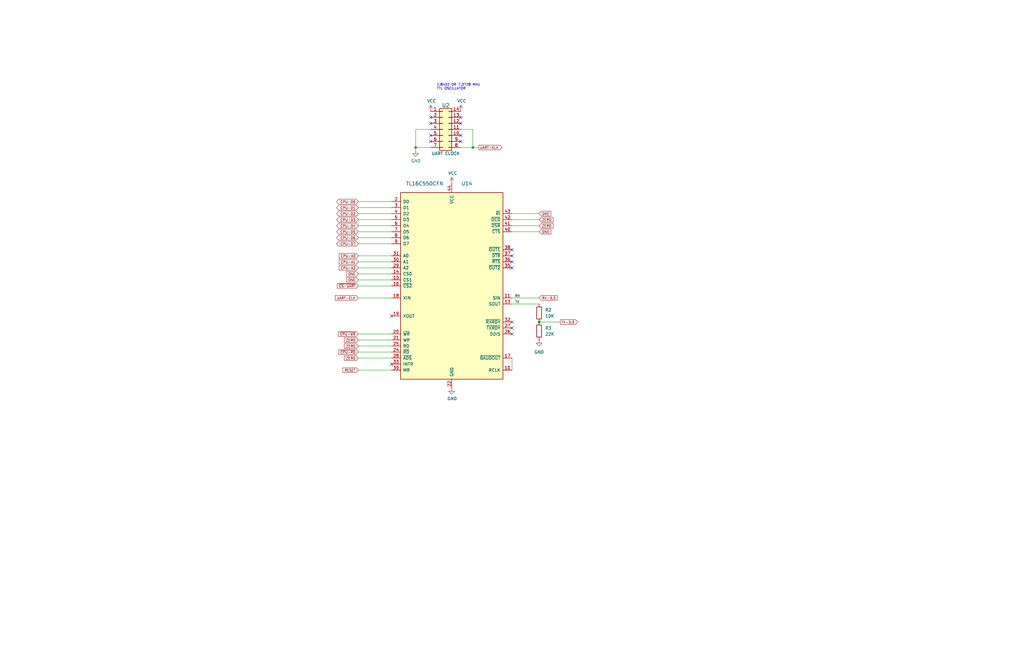
<source format=kicad_sch>
(kicad_sch (version 20211123) (generator eeschema)
  (paper "B")
  (lib_symbols
    (symbol "Connector_Generic:Conn_02x07_Counter_Clockwise" (pin_names (offset 1.016) hide)
      (property "Reference" "J" (at 1.27 10.16 0))
      (property "Value" "Conn_02x07_Counter_Clockwise" (at 1.27 -10.16 0))
      (symbol "Conn_02x07_Counter_Clockwise_1_1"
        (rectangle (start -1.27 -7.493) (end 0 -7.747) (stroke (width 0.1524)))
        (rectangle (start -1.27 -4.953) (end 0 -5.207) (stroke (width 0.1524)))
        (rectangle (start -1.27 -2.413) (end 0 -2.667) (stroke (width 0.1524)))
        (rectangle (start -1.27 0.127) (end 0 -0.127) (stroke (width 0.1524)))
        (rectangle (start -1.27 2.667) (end 0 2.413) (stroke (width 0.1524)))
        (rectangle (start -1.27 5.207) (end 0 4.953) (stroke (width 0.1524)))
        (rectangle (start -1.27 7.747) (end 0 7.493) (stroke (width 0.1524)))
        (rectangle (start -1.27 8.89) (end 3.81 -8.89) (stroke (width 0.254)) (fill (type background)))
        (rectangle (start 3.81 -7.493) (end 2.54 -7.747) (stroke (width 0.1524)))
        (rectangle (start 3.81 -4.953) (end 2.54 -5.207) (stroke (width 0.1524)))
        (rectangle (start 3.81 -2.413) (end 2.54 -2.667) (stroke (width 0.1524)))
        (rectangle (start 3.81 0.127) (end 2.54 -0.127) (stroke (width 0.1524)))
        (rectangle (start 3.81 2.667) (end 2.54 2.413) (stroke (width 0.1524)))
        (rectangle (start 3.81 5.207) (end 2.54 4.953) (stroke (width 0.1524)))
        (rectangle (start 3.81 7.747) (end 2.54 7.493) (stroke (width 0.1524)))
        (pin passive line (at -5.08 7.62 0) (length 3.81) (name "Pin_1") (number "1"))
        (pin passive line (at 7.62 -2.54 180) (length 3.81) (name "Pin_10") (number "10"))
        (pin passive line (at 7.62 0 180) (length 3.81) (name "Pin_11") (number "11"))
        (pin passive line (at 7.62 2.54 180) (length 3.81) (name "Pin_12") (number "12"))
        (pin passive line (at 7.62 5.08 180) (length 3.81) (name "Pin_13") (number "13"))
        (pin passive line (at 7.62 7.62 180) (length 3.81) (name "Pin_14") (number "14"))
        (pin passive line (at -5.08 5.08 0) (length 3.81) (name "Pin_2") (number "2"))
        (pin passive line (at -5.08 2.54 0) (length 3.81) (name "Pin_3") (number "3"))
        (pin passive line (at -5.08 0 0) (length 3.81) (name "Pin_4") (number "4"))
        (pin passive line (at -5.08 -2.54 0) (length 3.81) (name "Pin_5") (number "5"))
        (pin passive line (at -5.08 -5.08 0) (length 3.81) (name "Pin_6") (number "6"))
        (pin passive line (at -5.08 -7.62 0) (length 3.81) (name "Pin_7") (number "7"))
        (pin passive line (at 7.62 -7.62 180) (length 3.81) (name "Pin_8") (number "8"))
        (pin passive line (at 7.62 -5.08 180) (length 3.81) (name "Pin_9") (number "9"))
      )
    )
    (symbol "Device:R" (pin_numbers hide) (pin_names (offset 0))
      (property "Reference" "R" (at 2.032 0 90))
      (property "Value" "R" (at 0 0 90))
      (symbol "R_0_1"
        (rectangle (start -1.016 -2.54) (end 1.016 2.54) (stroke (width 0.254)))
      )
      (symbol "R_1_1"
        (pin passive line (at 0 3.81 270) (length 1.27) (name "~") (number "1"))
        (pin passive line (at 0 -3.81 90) (length 1.27) (name "~") (number "2"))
      )
    )
    (symbol "TL16C550CFN:TL16C550CFN-Interface_UART" (pin_names (offset 1.016))
      (property "Reference" "U14" (at 6.35 43.18 0))
      (property "Value" "TL16C550CFN-Interface_UART" (at -11.43 43.18 0))
      (symbol "TL16C550CFN-Interface_UART_1_1"
        (rectangle (start -21.59 -39.37) (end 21.59 39.37) (stroke (width 0.254)) (fill (type background)))
        (pin no_connect line (at -13.97 -44.45 90) (length 5.08) hide (name "nc") (number "1"))
        (pin input line (at 25.4 -35.56 180) (length 3.81) (name "RCLK") (number "10"))
        (pin input line (at 25.4 -5.08 180) (length 3.81) (name "SIN") (number "11"))
        (pin no_connect line (at -11.43 -44.45 90) (length 5.08) hide (name "nc") (number "12"))
        (pin output line (at 25.4 -7.62 180) (length 3.81) (name "SOUT") (number "13"))
        (pin input line (at -25.4 5.08 0) (length 3.81) (name "CS0") (number "14"))
        (pin input line (at -25.4 2.54 0) (length 3.81) (name "CS1") (number "15"))
        (pin input line (at -25.4 0 0) (length 3.81) (name "~{CS2}") (number "16"))
        (pin output line (at 25.4 -30.48 180) (length 3.81) (name "~{BAUDOUT}") (number "17"))
        (pin input line (at -25.4 -5.08 0) (length 3.81) (name "XIN") (number "18"))
        (pin output line (at -25.4 -12.7 0) (length 3.81) (name "XOUT") (number "19"))
        (pin bidirectional line (at -25.4 35.56 0) (length 3.81) (name "D0") (number "2"))
        (pin input line (at -25.4 -20.32 0) (length 3.81) (name "~{WR}") (number "20"))
        (pin input line (at -25.4 -22.86 0) (length 3.81) (name "WR") (number "21"))
        (pin power_in line (at 0 -43.18 90) (length 3.81) (name "GND") (number "22"))
        (pin no_connect line (at -8.89 -44.45 90) (length 5.08) hide (name "nc") (number "23"))
        (pin input line (at -25.4 -27.94 0) (length 3.81) (name "~{RD}") (number "24"))
        (pin input line (at -25.4 -25.4 0) (length 3.81) (name "RD") (number "25"))
        (pin output line (at 25.4 -20.32 180) (length 3.81) (name "DDIS") (number "26"))
        (pin output line (at 25.4 -17.78 180) (length 3.81) (name "~{TXRDY}") (number "27"))
        (pin input line (at -25.4 -30.48 0) (length 3.81) (name "~{ADS}") (number "28"))
        (pin input line (at -25.4 7.62 0) (length 3.81) (name "A2") (number "29"))
        (pin bidirectional line (at -25.4 33.02 0) (length 3.81) (name "D1") (number "3"))
        (pin input line (at -25.4 10.16 0) (length 3.81) (name "A1") (number "30"))
        (pin input line (at -25.4 12.7 0) (length 3.81) (name "A0") (number "31"))
        (pin output line (at 25.4 -15.24 180) (length 3.81) (name "~{RXRDY}") (number "32"))
        (pin output line (at -25.4 -33.02 0) (length 3.81) (name "INTR") (number "33"))
        (pin no_connect line (at -6.35 -44.45 90) (length 5.08) hide (name "nc") (number "34"))
        (pin output line (at 25.4 7.62 180) (length 3.81) (name "~{OUT2}") (number "35"))
        (pin output line (at 25.4 10.16 180) (length 3.81) (name "~{RTS}") (number "36"))
        (pin output line (at 25.4 12.7 180) (length 3.81) (name "~{DTR}") (number "37"))
        (pin output line (at 25.4 15.24 180) (length 3.81) (name "~{OUT1}") (number "38"))
        (pin input line (at -25.4 -35.56 0) (length 3.81) (name "MR") (number "39"))
        (pin bidirectional line (at -25.4 30.48 0) (length 3.81) (name "D2") (number "4"))
        (pin input line (at 25.4 22.86 180) (length 3.81) (name "~{CTS}") (number "40"))
        (pin input line (at 25.4 25.4 180) (length 3.81) (name "~{DSR}") (number "41"))
        (pin input line (at 25.4 27.94 180) (length 3.81) (name "~{DCD}") (number "42"))
        (pin input line (at 25.4 30.48 180) (length 3.81) (name "~{RI}") (number "43"))
        (pin power_in line (at 0 43.18 270) (length 3.81) (name "VCC") (number "44"))
        (pin bidirectional line (at -25.4 27.94 0) (length 3.81) (name "D3") (number "5"))
        (pin bidirectional line (at -25.4 25.4 0) (length 3.81) (name "D4") (number "6"))
        (pin bidirectional line (at -25.4 22.86 0) (length 3.81) (name "D5") (number "7"))
        (pin bidirectional line (at -25.4 20.32 0) (length 3.81) (name "D6") (number "8"))
        (pin bidirectional line (at -25.4 17.78 0) (length 3.81) (name "D7") (number "9"))
      )
    )
    (symbol "power:GND" (power) (pin_names (offset 0))
      (property "Value" "GND" (at 0 -3.81 0))
      (symbol "GND_0_1"
        (polyline (pts (xy 0 0) (xy 0 -1.27) (xy 1.27 -1.27) (xy 0 -2.54) (xy -1.27 -1.27) (xy 0 -1.27)))
      )
      (symbol "GND_1_1"
        (pin power_in line (at 0 0 270) (length 0) hide (name "GND") (number "1"))
      )
    )
    (symbol "power:VCC" (power) (pin_names (offset 0))
      (property "Value" "VCC" (at 0 3.81 0))
      (symbol "VCC_0_1"
        (polyline (pts (xy -0.762 1.27) (xy 0 2.54)))
        (polyline (pts (xy 0 0) (xy 0 2.54)))
        (polyline (pts (xy 0 2.54) (xy 0.762 1.27)))
      )
      (symbol "VCC_1_1"
        (pin power_in line (at 0 0 90) (length 0) hide (name "VCC") (number "1"))
      )
    )
  )
  (junction (at 227.33 135.89))
  (junction (at 175.26 62.23))
  (junction (at 199.39 62.23))
  (no_connect (at 194.31 52.07))
  (no_connect (at 165.1 153.67))
  (no_connect (at 181.61 57.15))
  (no_connect (at 215.9 107.95))
  (no_connect (at 215.9 105.41))
  (no_connect (at 194.31 59.69))
  (no_connect (at 165.1 133.35))
  (no_connect (at 181.61 59.69))
  (no_connect (at 215.9 113.03))
  (no_connect (at 215.9 140.97))
  (no_connect (at 181.61 52.07))
  (no_connect (at 194.31 57.15))
  (no_connect (at 194.31 49.53))
  (no_connect (at 215.9 138.43))
  (no_connect (at 181.61 49.53))
  (no_connect (at 215.9 135.89))
  (no_connect (at 215.9 110.49))
  (wire (pts (xy 165.1 151.13) (xy 151.13 151.13)))
  (wire (pts (xy 175.26 54.61) (xy 175.26 62.23)))
  (wire (pts (xy 151.13 87.63) (xy 165.1 87.63)))
  (wire (pts (xy 181.61 54.61) (xy 175.26 54.61)))
  (wire (pts (xy 227.33 97.79) (xy 215.9 97.79)))
  (wire (pts (xy 215.9 95.25) (xy 227.33 95.25)))
  (wire (pts (xy 227.33 128.27) (xy 215.9 128.27)))
  (wire (pts (xy 175.26 63.5) (xy 175.26 62.23)))
  (wire (pts (xy 151.13 100.33) (xy 165.1 100.33)))
  (wire (pts (xy 165.1 146.05) (xy 151.13 146.05)))
  (wire (pts (xy 199.39 62.23) (xy 201.93 62.23)))
  (wire (pts (xy 227.33 135.89) (xy 236.22 135.89)))
  (wire (pts (xy 175.26 62.23) (xy 181.61 62.23)))
  (wire (pts (xy 165.1 120.65) (xy 151.13 120.65)))
  (wire (pts (xy 165.1 113.03) (xy 151.13 113.03)))
  (wire (pts (xy 199.39 54.61) (xy 199.39 62.23)))
  (wire (pts (xy 165.1 156.21) (xy 151.13 156.21)))
  (wire (pts (xy 151.13 92.71) (xy 165.1 92.71)))
  (wire (pts (xy 165.1 143.51) (xy 151.13 143.51)))
  (wire (pts (xy 165.1 115.57) (xy 151.13 115.57)))
  (wire (pts (xy 151.13 90.17) (xy 165.1 90.17)))
  (wire (pts (xy 165.1 140.97) (xy 151.13 140.97)))
  (wire (pts (xy 215.9 90.17) (xy 227.33 90.17)))
  (wire (pts (xy 151.13 85.09) (xy 165.1 85.09)))
  (wire (pts (xy 199.39 62.23) (xy 194.31 62.23)))
  (wire (pts (xy 165.1 118.11) (xy 151.13 118.11)))
  (wire (pts (xy 194.31 54.61) (xy 199.39 54.61)))
  (wire (pts (xy 215.9 92.71) (xy 227.33 92.71)))
  (wire (pts (xy 165.1 110.49) (xy 151.13 110.49)))
  (wire (pts (xy 151.13 95.25) (xy 165.1 95.25)))
  (wire (pts (xy 165.1 148.59) (xy 151.13 148.59)))
  (wire (pts (xy 165.1 125.73) (xy 151.13 125.73)))
  (wire (pts (xy 151.13 102.87) (xy 165.1 102.87)))
  (wire (pts (xy 151.13 97.79) (xy 165.1 97.79)))
  (wire (pts (xy 227.33 125.73) (xy 215.9 125.73)))
  (wire (pts (xy 215.9 156.21) (xy 215.9 151.13)))
  (wire (pts (xy 165.1 107.95) (xy 151.13 107.95)))
  (text "1.8432 OR 7.3728 MHz\nTTL OSCILLATOR" (at 184.15 38.1 0) (effects (font (size 1.016 1.016)) (justify left bottom)))
  (label "RX" (at 217.17 125.73 0) (effects (font (size 1.016 1.016))))
  (label "TX" (at 217.17 128.27 0) (effects (font (size 1.016 1.016))))
  (global_label "CPU-D3" (shape bidirectional) (at 151.13 92.71 180) (effects (font (size 1.016 1.016))) (property "Intersheet References" "${INTERSHEET_REFS}" (effects hide)))
  (global_label "ZERO" (shape input) (at 151.13 151.13 180) (effects (font (size 1.016 1.016))) (property "Intersheet References" "${INTERSHEET_REFS}" (effects hide)))
  (global_label "CPU-A1" (shape input) (at 151.13 110.49 180) (effects (font (size 1.016 1.016))) (property "Intersheet References" "${INTERSHEET_REFS}" (effects hide)))
  (global_label "ONE" (shape input) (at 151.13 115.57 180) (effects (font (size 1.016 1.016))) (property "Intersheet References" "${INTERSHEET_REFS}" (effects hide)))
  (global_label "ZERO" (shape input) (at 227.33 92.71 0) (effects (font (size 1.016 1.016))) (property "Intersheet References" "${INTERSHEET_REFS}" (effects hide)))
  (global_label "ZERO" (shape input) (at 151.13 146.05 180) (effects (font (size 1.016 1.016))) (property "Intersheet References" "${INTERSHEET_REFS}" (effects hide)))
  (global_label "ZERO" (shape input) (at 151.13 143.51 180) (effects (font (size 1.016 1.016))) (property "Intersheet References" "${INTERSHEET_REFS}" (effects hide)))
  (global_label "~{CPU-RD}" (shape input) (at 151.13 148.59 180) (effects (font (size 1.016 1.016))) (property "Intersheet References" "${INTERSHEET_REFS}" (effects hide)))
  (global_label "CPU-D4" (shape bidirectional) (at 151.13 95.25 180) (effects (font (size 1.016 1.016))) (property "Intersheet References" "${INTERSHEET_REFS}" (effects hide)))
  (global_label "CPU-D2" (shape bidirectional) (at 151.13 90.17 180) (effects (font (size 1.016 1.016))) (property "Intersheet References" "${INTERSHEET_REFS}" (effects hide)))
  (global_label "CPU-A0" (shape input) (at 151.13 107.95 180) (effects (font (size 1.016 1.016))) (property "Intersheet References" "${INTERSHEET_REFS}" (effects hide)))
  (global_label "ONE" (shape input) (at 151.13 118.11 180) (effects (font (size 1.016 1.016))) (property "Intersheet References" "${INTERSHEET_REFS}" (effects hide)))
  (global_label "ONE" (shape input) (at 227.33 97.79 0) (effects (font (size 1.016 1.016))) (property "Intersheet References" "${INTERSHEET_REFS}" (effects hide)))
  (global_label "CPU-A2" (shape input) (at 151.13 113.03 180) (effects (font (size 1.016 1.016))) (property "Intersheet References" "${INTERSHEET_REFS}" (effects hide)))
  (global_label "RESET" (shape input) (at 151.13 156.21 180) (effects (font (size 1.016 1.016))) (property "Intersheet References" "${INTERSHEET_REFS}" (effects hide)))
  (global_label "CPU-D6" (shape bidirectional) (at 151.13 100.33 180) (effects (font (size 1.016 1.016))) (property "Intersheet References" "${INTERSHEET_REFS}" (effects hide)))
  (global_label "UART-CLK" (shape input) (at 151.13 125.73 180) (effects (font (size 1.016 1.016))) (property "Intersheet References" "${INTERSHEET_REFS}" (effects hide)))
  (global_label "~{CPU-WR}" (shape input) (at 151.13 140.97 180) (effects (font (size 1.016 1.016))) (property "Intersheet References" "${INTERSHEET_REFS}" (effects hide)))
  (global_label "ONE" (shape input) (at 227.33 90.17 0) (effects (font (size 1.016 1.016))) (property "Intersheet References" "${INTERSHEET_REFS}" (effects hide)))
  (global_label "TX-3.3" (shape output) (at 236.22 135.89 0) (effects (font (size 1.016 1.016))) (property "Intersheet References" "${INTERSHEET_REFS}" (effects hide)))
  (global_label "CPU-D0" (shape bidirectional) (at 151.13 85.09 180) (effects (font (size 1.016 1.016))) (property "Intersheet References" "${INTERSHEET_REFS}" (effects hide)))
  (global_label "UART-CLK" (shape output) (at 201.93 62.23 0) (effects (font (size 1.016 1.016))) (property "Intersheet References" "${INTERSHEET_REFS}" (effects hide)))
  (global_label "~{CS-UART}" (shape input) (at 151.13 120.65 180) (effects (font (size 1.016 1.016))) (property "Intersheet References" "${INTERSHEET_REFS}" (effects hide)))
  (global_label "ZERO" (shape input) (at 227.33 95.25 0) (effects (font (size 1.016 1.016))) (property "Intersheet References" "${INTERSHEET_REFS}" (effects hide)))
  (global_label "CPU-D5" (shape bidirectional) (at 151.13 97.79 180) (effects (font (size 1.016 1.016))) (property "Intersheet References" "${INTERSHEET_REFS}" (effects hide)))
  (global_label "CPU-D7" (shape bidirectional) (at 151.13 102.87 180) (effects (font (size 1.016 1.016))) (property "Intersheet References" "${INTERSHEET_REFS}" (effects hide)))
  (global_label "CPU-D1" (shape bidirectional) (at 151.13 87.63 180) (effects (font (size 1.016 1.016))) (property "Intersheet References" "${INTERSHEET_REFS}" (effects hide)))
  (global_label "RX-3.3" (shape input) (at 227.33 125.73 0) (effects (font (size 1.016 1.016))) (property "Intersheet References" "${INTERSHEET_REFS}" (effects hide)))
  (symbol (lib_id "TL16C550CFN:TL16C550CFN-Interface_UART") (at 190.5 120.65 0) (unit 1)
    (property "Reference" "U14" (at 196.85 77.47 0) (effects (font (size 1.524 1.524))))
    (property "Value" "TL16C550CFN" (at 179.07 77.47 0) (effects (font (size 1.524 1.524))))
    (property "Footprint" "Package_LCC:PLCC-44_THT-Socket" (effects hide))
  )
  (symbol (lib_id "Connector_Generic:Conn_02x07_Counter_Clockwise") (at 186.69 54.61 0) (unit 1)
    (property "Reference" "U2" (at 187.96 44.45 0) (effects (font (size 1.524 1.524))))
    (property "Value" "UART CLOCK" (at 187.96 64.77 0))
    (property "Footprint" "Package_DIP:DIP-14_W7.62mm" (effects hide))
  )
  (symbol (lib_id "power:GND") (at 175.26 63.5 0) (unit 1)
    (property "Reference" "#PWR06" (effects hide))
    (property "Value" "GND" (at 175.387 67.8942 0))
  )
  (symbol (lib_id "power:VCC") (at 181.61 46.99 0) (unit 1)
    (property "Reference" "#PWR04" (effects hide))
    (property "Value" "VCC" (at 181.991 42.5958 0))
  )
  (symbol (lib_id "power:VCC") (at 194.31 46.99 0) (unit 1)
    (property "Reference" "#PWR05" (effects hide))
    (property "Value" "VCC" (at 194.691 42.5958 0))
  )
  (symbol (lib_id "power:VCC") (at 190.5 77.47 0) (unit 1)
    (property "Reference" "#PWR012" (effects hide))
    (property "Value" "VCC" (at 190.881 73.0758 0))
  )
  (symbol (lib_id "power:GND") (at 190.5 163.83 0) (unit 1)
    (property "Reference" "#PWR015" (effects hide))
    (property "Value" "GND" (at 190.627 168.2242 0))
  )
  (symbol (lib_id "Device:R") (at 227.33 132.08 0) (unit 1)
    (property "Reference" "R2" (at 229.87 130.8099 0) (effects (justify left)))
    (property "Value" "10K" (at 229.87 133.3499 0) (effects (justify left)))
  )
  (symbol (lib_id "Device:R") (at 227.33 139.7 0) (unit 1)
    (property "Reference" "R3" (at 229.87 138.4299 0) (effects (justify left)))
    (property "Value" "22K" (at 229.87 140.9699 0) (effects (justify left)))
  )
  (symbol (lib_id "power:GND") (at 227.33 143.51 0) (unit 1)
    (property "Reference" "#PWR013" (effects hide))
    (property "Value" "GND" (at 227.33 148.59 0))
  )
)
</source>
